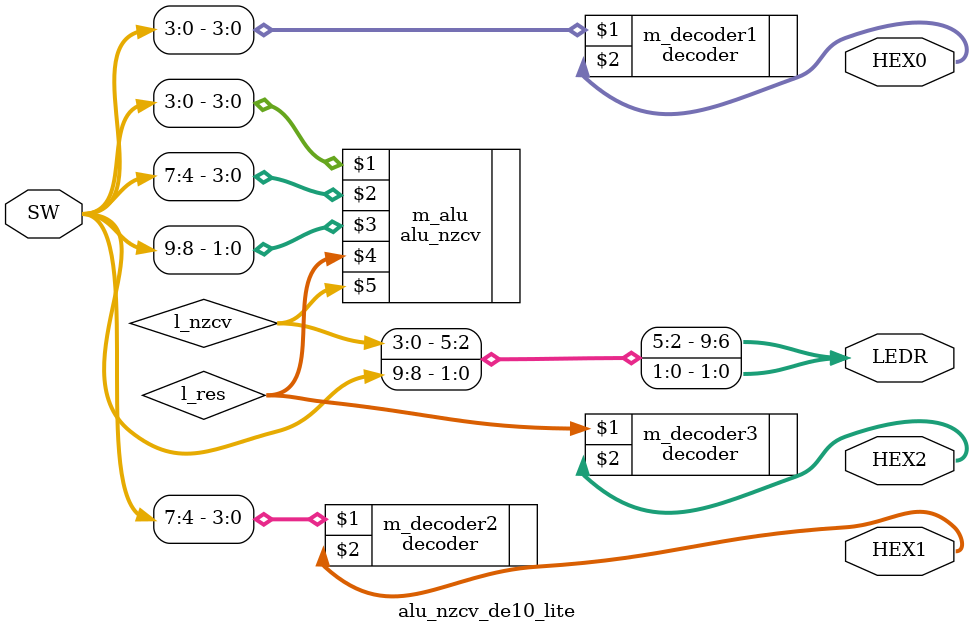
<source format=sv>
/**
 * Top-level module of the extended alu with condition flags.
 * The alu operates on the 4-bit binary numbers in SW[3:0] and SW[7:4].
 * The two input numbers are shown on displays HEX0 and HEX1.
 * The control signal is shown using LEDR1 and LEDR0.
 * The result is shown on display HEX2.
 * The NZCV flags are shown on the leds LEDR9, LEDR8, LEDR7 and LEDR6.
 *
 * @param SW bits of ten switch buttons SW9 - SW0.
 * @param LEDR output bits corresponding to the board's ten leds LEDR9 - LEDR0.
 * @param HEX0 output bits which drive the seven-segment display HEX0.
 * @param HEX1 output bits which drive the seven-segment display HEX1.
 * @param HEX2 output bits which drive the seven-segment display HEX2.
 **/
module alu_nzcv_de10_lite( input  logic [9:0] SW,
                           output logic [9:0] LEDR,
                           output logic [6:0] HEX0,
                           output logic [6:0] HEX1,
                           output logic [6:0] HEX2 );
              
  logic [3:0] l_res;
  logic [3:0] l_nzcv;
               
  decoder m_decoder1(SW[3:0], HEX0);
  decoder m_decoder2(SW[7:4], HEX1);
  
  alu_nzcv #(4) m_alu(
      SW[3:0],
      SW[7:4],
      SW[9:8],
      l_res,
      l_nzcv
  );
  
  decoder m_decoder3(l_res, HEX2);
  
  assign LEDR[1:0] = SW[9:8];
  assign LEDR[9:6] = l_nzcv;
endmodule

</source>
